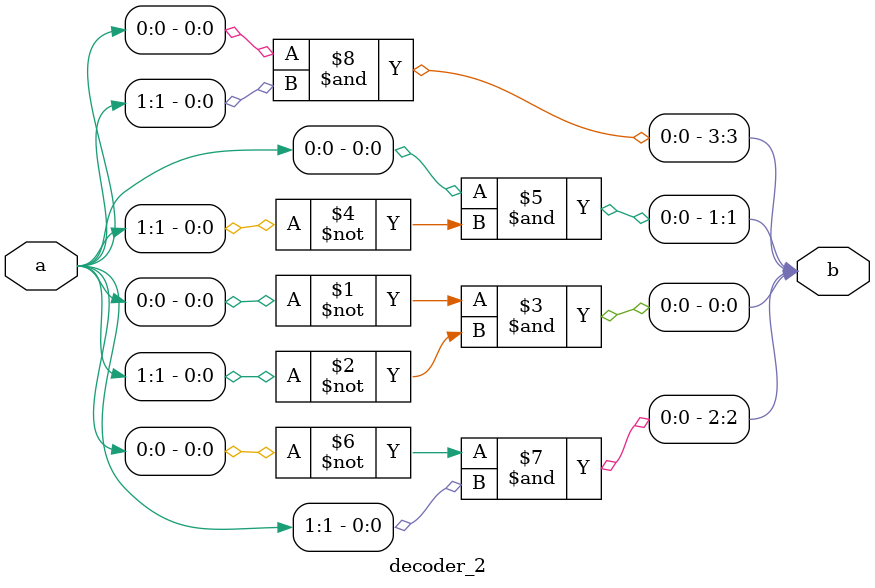
<source format=v>


module decoder_2(input [1:0] a, output [3:0] b);
    and and_1(b[0],~a[0],~a[1] );
    and and_2(b[1], a[0], ~a[1]);
    and and_3(b[2],~a[0], a[1]);
    and and_4(b[3], a[0], a[1]); 
endmodule



</source>
